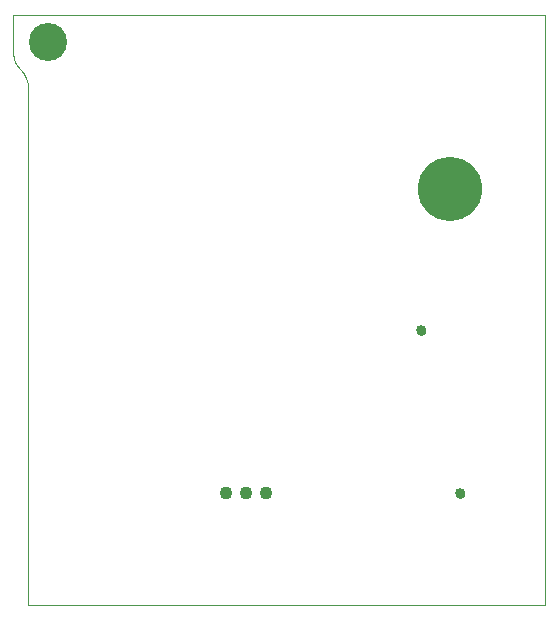
<source format=gbs>
G75*
%MOIN*%
%OFA0B0*%
%FSLAX25Y25*%
%IPPOS*%
%LPD*%
%AMOC8*
5,1,8,0,0,1.08239X$1,22.5*
%
%ADD10C,0.00000*%
%ADD11C,0.03353*%
%ADD12C,0.21400*%
%ADD13C,0.12668*%
%ADD14C,0.04337*%
D10*
X0006083Y0042283D02*
X0006083Y0214207D01*
X0006080Y0214441D01*
X0006072Y0214675D01*
X0006058Y0214909D01*
X0006038Y0215143D01*
X0006013Y0215376D01*
X0005983Y0215608D01*
X0005947Y0215839D01*
X0005905Y0216070D01*
X0005858Y0216299D01*
X0005806Y0216528D01*
X0005748Y0216755D01*
X0005684Y0216980D01*
X0005616Y0217204D01*
X0005542Y0217426D01*
X0005462Y0217647D01*
X0005378Y0217865D01*
X0005288Y0218082D01*
X0005194Y0218296D01*
X0005094Y0218508D01*
X0004989Y0218717D01*
X0004879Y0218924D01*
X0004764Y0219129D01*
X0004645Y0219330D01*
X0004520Y0219529D01*
X0004391Y0219724D01*
X0004258Y0219917D01*
X0004120Y0220106D01*
X0003977Y0220292D01*
X0003830Y0220474D01*
X0003679Y0220653D01*
X0003523Y0220828D01*
X0003364Y0220999D01*
X0003200Y0221167D01*
X0001083Y0226278D02*
X0001083Y0239134D01*
X0178248Y0239134D01*
X0178248Y0042283D01*
X0006083Y0042283D01*
X0135496Y0133957D02*
X0135498Y0134034D01*
X0135504Y0134110D01*
X0135514Y0134186D01*
X0135528Y0134261D01*
X0135545Y0134336D01*
X0135567Y0134409D01*
X0135592Y0134482D01*
X0135622Y0134553D01*
X0135654Y0134622D01*
X0135691Y0134689D01*
X0135730Y0134755D01*
X0135773Y0134818D01*
X0135820Y0134879D01*
X0135869Y0134938D01*
X0135922Y0134994D01*
X0135977Y0135047D01*
X0136035Y0135097D01*
X0136095Y0135144D01*
X0136158Y0135188D01*
X0136223Y0135229D01*
X0136290Y0135266D01*
X0136359Y0135300D01*
X0136429Y0135330D01*
X0136501Y0135356D01*
X0136575Y0135378D01*
X0136649Y0135397D01*
X0136724Y0135412D01*
X0136800Y0135423D01*
X0136876Y0135430D01*
X0136953Y0135433D01*
X0137029Y0135432D01*
X0137106Y0135427D01*
X0137182Y0135418D01*
X0137258Y0135405D01*
X0137332Y0135388D01*
X0137406Y0135368D01*
X0137479Y0135343D01*
X0137550Y0135315D01*
X0137620Y0135283D01*
X0137688Y0135248D01*
X0137754Y0135209D01*
X0137818Y0135167D01*
X0137879Y0135121D01*
X0137939Y0135072D01*
X0137995Y0135021D01*
X0138049Y0134966D01*
X0138100Y0134909D01*
X0138148Y0134849D01*
X0138193Y0134787D01*
X0138234Y0134722D01*
X0138272Y0134656D01*
X0138307Y0134588D01*
X0138337Y0134517D01*
X0138365Y0134446D01*
X0138388Y0134373D01*
X0138408Y0134299D01*
X0138424Y0134224D01*
X0138436Y0134148D01*
X0138444Y0134072D01*
X0138448Y0133995D01*
X0138448Y0133919D01*
X0138444Y0133842D01*
X0138436Y0133766D01*
X0138424Y0133690D01*
X0138408Y0133615D01*
X0138388Y0133541D01*
X0138365Y0133468D01*
X0138337Y0133397D01*
X0138307Y0133326D01*
X0138272Y0133258D01*
X0138234Y0133192D01*
X0138193Y0133127D01*
X0138148Y0133065D01*
X0138100Y0133005D01*
X0138049Y0132948D01*
X0137995Y0132893D01*
X0137939Y0132842D01*
X0137879Y0132793D01*
X0137818Y0132747D01*
X0137754Y0132705D01*
X0137688Y0132666D01*
X0137620Y0132631D01*
X0137550Y0132599D01*
X0137479Y0132571D01*
X0137406Y0132546D01*
X0137332Y0132526D01*
X0137258Y0132509D01*
X0137182Y0132496D01*
X0137106Y0132487D01*
X0137029Y0132482D01*
X0136953Y0132481D01*
X0136876Y0132484D01*
X0136800Y0132491D01*
X0136724Y0132502D01*
X0136649Y0132517D01*
X0136575Y0132536D01*
X0136501Y0132558D01*
X0136429Y0132584D01*
X0136359Y0132614D01*
X0136290Y0132648D01*
X0136223Y0132685D01*
X0136158Y0132726D01*
X0136095Y0132770D01*
X0136035Y0132817D01*
X0135977Y0132867D01*
X0135922Y0132920D01*
X0135869Y0132976D01*
X0135820Y0133035D01*
X0135773Y0133096D01*
X0135730Y0133159D01*
X0135691Y0133225D01*
X0135654Y0133292D01*
X0135622Y0133361D01*
X0135592Y0133432D01*
X0135567Y0133505D01*
X0135545Y0133578D01*
X0135528Y0133653D01*
X0135514Y0133728D01*
X0135504Y0133804D01*
X0135498Y0133880D01*
X0135496Y0133957D01*
X0148489Y0079626D02*
X0148491Y0079703D01*
X0148497Y0079779D01*
X0148507Y0079855D01*
X0148521Y0079930D01*
X0148538Y0080005D01*
X0148560Y0080078D01*
X0148585Y0080151D01*
X0148615Y0080222D01*
X0148647Y0080291D01*
X0148684Y0080358D01*
X0148723Y0080424D01*
X0148766Y0080487D01*
X0148813Y0080548D01*
X0148862Y0080607D01*
X0148915Y0080663D01*
X0148970Y0080716D01*
X0149028Y0080766D01*
X0149088Y0080813D01*
X0149151Y0080857D01*
X0149216Y0080898D01*
X0149283Y0080935D01*
X0149352Y0080969D01*
X0149422Y0080999D01*
X0149494Y0081025D01*
X0149568Y0081047D01*
X0149642Y0081066D01*
X0149717Y0081081D01*
X0149793Y0081092D01*
X0149869Y0081099D01*
X0149946Y0081102D01*
X0150022Y0081101D01*
X0150099Y0081096D01*
X0150175Y0081087D01*
X0150251Y0081074D01*
X0150325Y0081057D01*
X0150399Y0081037D01*
X0150472Y0081012D01*
X0150543Y0080984D01*
X0150613Y0080952D01*
X0150681Y0080917D01*
X0150747Y0080878D01*
X0150811Y0080836D01*
X0150872Y0080790D01*
X0150932Y0080741D01*
X0150988Y0080690D01*
X0151042Y0080635D01*
X0151093Y0080578D01*
X0151141Y0080518D01*
X0151186Y0080456D01*
X0151227Y0080391D01*
X0151265Y0080325D01*
X0151300Y0080257D01*
X0151330Y0080186D01*
X0151358Y0080115D01*
X0151381Y0080042D01*
X0151401Y0079968D01*
X0151417Y0079893D01*
X0151429Y0079817D01*
X0151437Y0079741D01*
X0151441Y0079664D01*
X0151441Y0079588D01*
X0151437Y0079511D01*
X0151429Y0079435D01*
X0151417Y0079359D01*
X0151401Y0079284D01*
X0151381Y0079210D01*
X0151358Y0079137D01*
X0151330Y0079066D01*
X0151300Y0078995D01*
X0151265Y0078927D01*
X0151227Y0078861D01*
X0151186Y0078796D01*
X0151141Y0078734D01*
X0151093Y0078674D01*
X0151042Y0078617D01*
X0150988Y0078562D01*
X0150932Y0078511D01*
X0150872Y0078462D01*
X0150811Y0078416D01*
X0150747Y0078374D01*
X0150681Y0078335D01*
X0150613Y0078300D01*
X0150543Y0078268D01*
X0150472Y0078240D01*
X0150399Y0078215D01*
X0150325Y0078195D01*
X0150251Y0078178D01*
X0150175Y0078165D01*
X0150099Y0078156D01*
X0150022Y0078151D01*
X0149946Y0078150D01*
X0149869Y0078153D01*
X0149793Y0078160D01*
X0149717Y0078171D01*
X0149642Y0078186D01*
X0149568Y0078205D01*
X0149494Y0078227D01*
X0149422Y0078253D01*
X0149352Y0078283D01*
X0149283Y0078317D01*
X0149216Y0078354D01*
X0149151Y0078395D01*
X0149088Y0078439D01*
X0149028Y0078486D01*
X0148970Y0078536D01*
X0148915Y0078589D01*
X0148862Y0078645D01*
X0148813Y0078704D01*
X0148766Y0078765D01*
X0148723Y0078828D01*
X0148684Y0078894D01*
X0148647Y0078961D01*
X0148615Y0079030D01*
X0148585Y0079101D01*
X0148560Y0079174D01*
X0148538Y0079247D01*
X0148521Y0079322D01*
X0148507Y0079397D01*
X0148497Y0079473D01*
X0148491Y0079549D01*
X0148489Y0079626D01*
X0003199Y0221166D02*
X0003075Y0221293D01*
X0002955Y0221423D01*
X0002837Y0221556D01*
X0002723Y0221692D01*
X0002612Y0221830D01*
X0002505Y0221972D01*
X0002401Y0222115D01*
X0002300Y0222262D01*
X0002204Y0222411D01*
X0002110Y0222562D01*
X0002021Y0222715D01*
X0001936Y0222870D01*
X0001854Y0223028D01*
X0001776Y0223187D01*
X0001702Y0223349D01*
X0001632Y0223512D01*
X0001566Y0223676D01*
X0001505Y0223843D01*
X0001447Y0224010D01*
X0001393Y0224180D01*
X0001344Y0224350D01*
X0001299Y0224521D01*
X0001258Y0224694D01*
X0001221Y0224868D01*
X0001188Y0225042D01*
X0001160Y0225217D01*
X0001136Y0225393D01*
X0001117Y0225569D01*
X0001102Y0225746D01*
X0001091Y0225923D01*
X0001084Y0226101D01*
X0001082Y0226278D01*
D11*
X0136972Y0133957D03*
X0149965Y0079626D03*
D12*
X0146618Y0181004D03*
D13*
X0012500Y0230020D03*
D14*
X0072083Y0079683D03*
X0078683Y0079683D03*
X0085483Y0079683D03*
M02*

</source>
